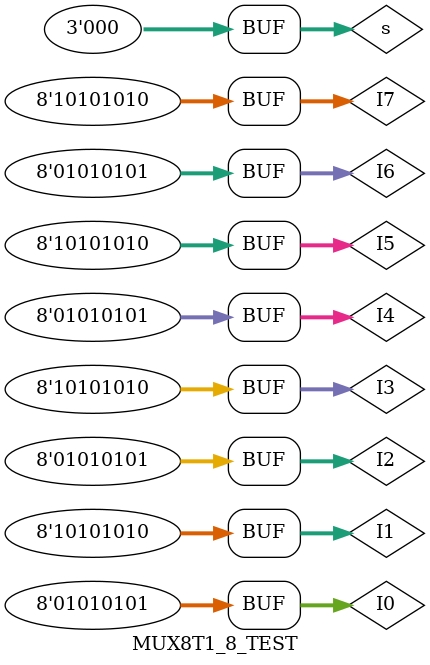
<source format=v>
`timescale 1ns / 1ps


module MUX8T1_8_TEST;

	// Inputs
	reg [7:0] I0;
	reg [7:0] I1;
	reg [7:0] I2;
	reg [7:0] I3;
	reg [7:0] I4;
	reg [7:0] I5;
	reg [7:0] I6;
	reg [7:0] I7;
	reg [2:0] s;

	// Outputs
	wire [7:0] o;

	// Instantiate the Unit Under Test (UUT)
	MUX8T1_8 uut (
		.I0(I0), 
		.I1(I1), 
		.I2(I2), 
		.I3(I3), 
		.I4(I4), 
		.I5(I5), 
		.I6(I6), 
		.I7(I7), 
		.s(s), 
		.o(o)
	);

	initial begin
      s = 0;
		I0 = 0;
		I1 = 1;
		I2 = 2;
		I3 = 3;
		I4 = 4;
		I5 = 5;
		I6 = 6;
		I7 = 7;
		#50;
		s = 0;
		#50;
		s = 1;
		#50;
		s = 2;
		#50;
		s = 3;
		#50;
		s = 4;
		#50;
		s = 5;
		#50;
		s = 6;
		#50;
		s = 7;
		#50;
		I0 = 8'h55;
		I1 = 8'hAA;
		I2 = 8'h55;
		I3 = 8'hAA;
		I4 = 8'h55;
		I5 = 8'hAA;
		I6 = 8'h55;
		I7 = 8'hAA;
		#50;
		s = 0;
		#50;
		s = 1;
		#50;
		s = 2;
		#50;
		s = 3;
		#50;
		s = 4;
		#50;
		s = 5;
		#50;
		s = 6;
		#50;
		s = 7;
		#50;
		s = 0;
		#50;
	end
      
endmodule


</source>
